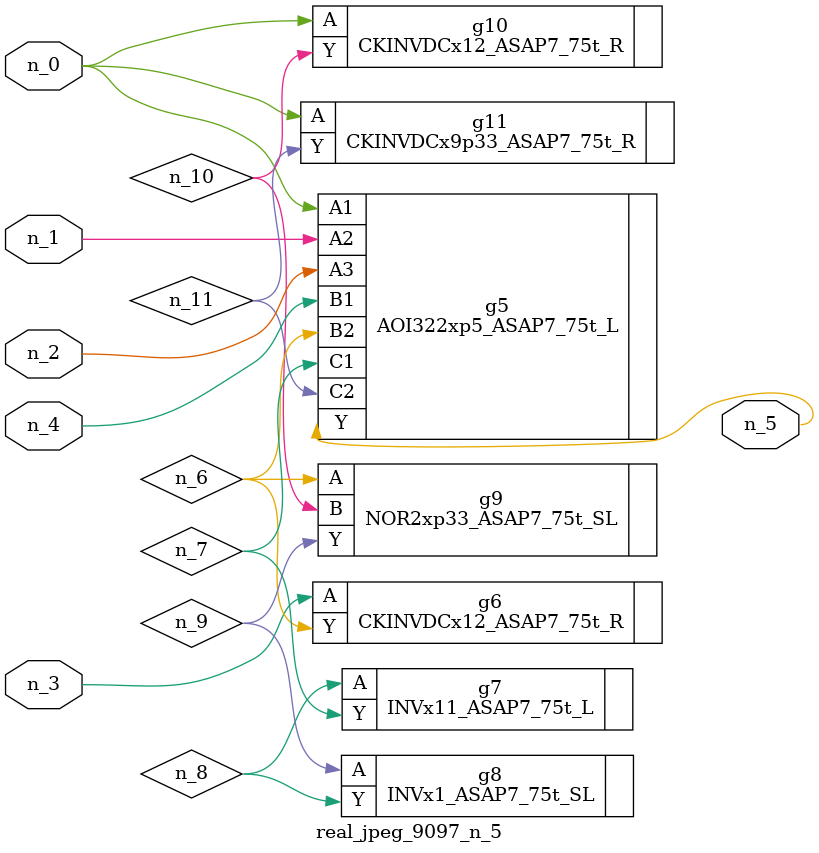
<source format=v>
module real_jpeg_9097_n_5 (n_4, n_0, n_1, n_2, n_3, n_5);

input n_4;
input n_0;
input n_1;
input n_2;
input n_3;

output n_5;

wire n_8;
wire n_11;
wire n_6;
wire n_7;
wire n_10;
wire n_9;

AOI322xp5_ASAP7_75t_L g5 ( 
.A1(n_0),
.A2(n_1),
.A3(n_2),
.B1(n_4),
.B2(n_6),
.C1(n_7),
.C2(n_11),
.Y(n_5)
);

CKINVDCx12_ASAP7_75t_R g10 ( 
.A(n_0),
.Y(n_10)
);

CKINVDCx9p33_ASAP7_75t_R g11 ( 
.A(n_0),
.Y(n_11)
);

CKINVDCx12_ASAP7_75t_R g6 ( 
.A(n_3),
.Y(n_6)
);

NOR2xp33_ASAP7_75t_SL g9 ( 
.A(n_6),
.B(n_10),
.Y(n_9)
);

INVx11_ASAP7_75t_L g7 ( 
.A(n_8),
.Y(n_7)
);

INVx1_ASAP7_75t_SL g8 ( 
.A(n_9),
.Y(n_8)
);


endmodule
</source>
